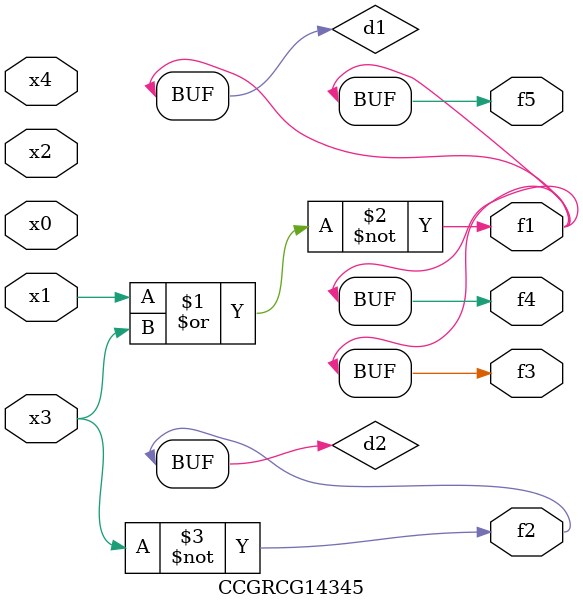
<source format=v>
module CCGRCG14345(
	input x0, x1, x2, x3, x4,
	output f1, f2, f3, f4, f5
);

	wire d1, d2;

	nor (d1, x1, x3);
	not (d2, x3);
	assign f1 = d1;
	assign f2 = d2;
	assign f3 = d1;
	assign f4 = d1;
	assign f5 = d1;
endmodule

</source>
